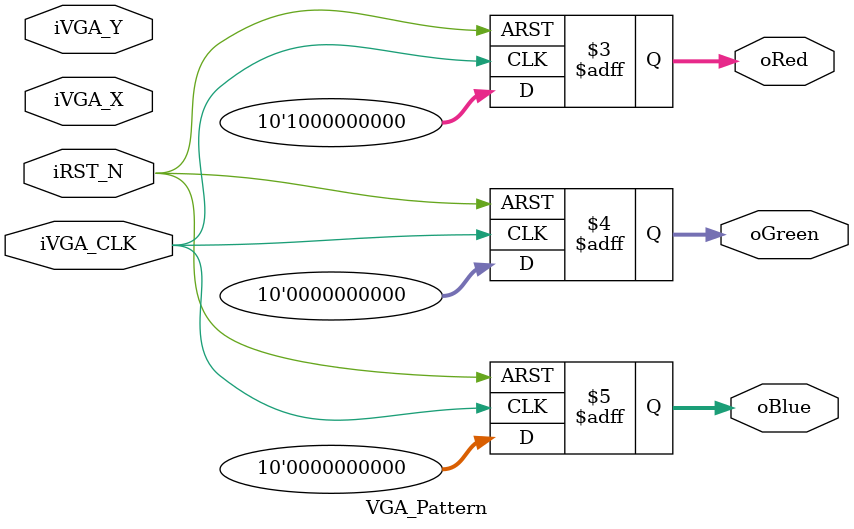
<source format=v>
module	VGA_Pattern	(	//	Read Out Side
						oRed,
						oGreen,
						oBlue,
						iVGA_X,
						iVGA_Y,
						iVGA_CLK,
						//	Control Signals
						iRST_N	);
//	Read Out Side
output	reg	[9:0]	oRed;
output	reg	[9:0]	oGreen;
output	reg	[9:0]	oBlue;
input	[9:0]		iVGA_X;
input	[9:0]		iVGA_Y;
input				iVGA_CLK;
//	Control Signals
input				iRST_N;

always@(posedge iVGA_CLK or negedge iRST_N)
begin
	if(!iRST_N)
	begin
		oRed	<=	0;
		oGreen	<=	0;
		oBlue	<=	0;
	end
	else
	begin
		oRed	   <=	 512	;
		oGreen	<=	 0    ;
		oBlue	   <=	 0;
	end
end

endmodule
</source>
